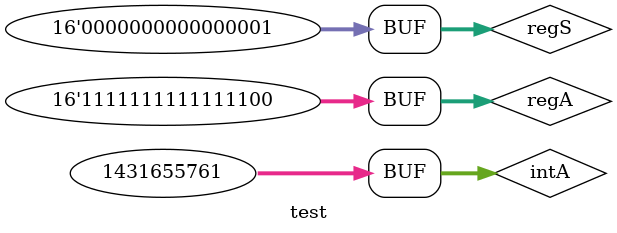
<source format=v>
/*
 * Copyright 2018 ISP RAS (http://www.ispras.ru)
 *
 * Licensed under the Apache License, Version 2.0 (the "License");
 * you may not use this file except in compliance with the License.
 * You may obtain a copy of the License at
 *
 *     http://www.apache.org/licenses/LICENSE-2.0
 *
 * Unless required by applicable law or agreed to in writing, software
 * distributed under the License is distributed on an "AS IS" BASIS,
 * WITHOUT WARRANTIES OR CONDITIONS OF ANY KIND, either express or implied.
 * See the License for the specific language governing permissions and
 * limitations under the License.
 */

// IEEE Std 1364-2005
//   5. Expressions
//    5.1 Operators
//      5.1.6 Arithmetic expressions with regs and integers
module test;
  integer intA;
  reg [15:0] regA;
  reg signed [15:0] regS;

  initial begin
    intA = -4'd12;
    regA = intA / 3;    // expression result is -4,
                        // intA is an integer data type, regA is 65532
    regA = -4'd12;      // regA is 65524
    intA = regA / 3;    // expression result is 21841,
                        // regA is a reg data type
    intA = -4'd12 / 3;  // expression result is 1431655761.
                        // -4'd12 is effectively a 32-bit reg data type
    regA = -12 / 3;     // expression result is -4, -12 is effectively
                        // an integer data type. regA is 65532
    regS = -12 / 3;     // expression result is -4. regS is a signed reg
    regS = -4'sd12 / 3; // expression result is 1. -4'sd12 is actually 4.
                        // The rules for integer division yield 4/3==1.
  end
endmodule

</source>
